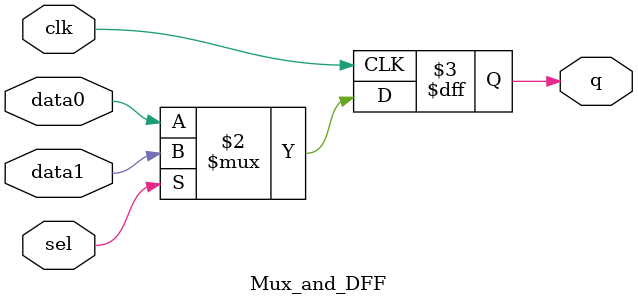
<source format=v>
module top_module (
    input  [2:0] SW,
    input  [1:0] KEY,
    output [2:0] LEDR
);

    wire r0, r1, r2, L, clk;
    wire q2, q1, q0;
    assign {r2, r1, r0} = SW;
    assign {L, clk} = KEY;
    assign LEDR = {q2, q1, q0};

    Mux_and_DFF Mux_and_DFF_inst0 (
        .data0(q2),
        .data1(r0),
        .sel  (L),
        .clk  (clk),
        .q    (q0)
    );

    Mux_and_DFF Mux_and_DFF_inst1 (
        .data0(q0),
        .data1(r1),
        .sel  (L),
        .clk  (clk),
        .q    (q1)
    );

    Mux_and_DFF Mux_and_DFF_inst2 (
        .data0(q1 ^ q2),
        .data1(r2),
        .sel  (L),
        .clk  (clk),
        .q    (q2)
    );


endmodule


module Mux_and_DFF (
    input      data0,
    input      data1,
    input      sel,
    input      clk,
    output reg q
);

    always @(posedge clk) begin
        q <= sel ? data1 : data0;
    end

endmodule

</source>
